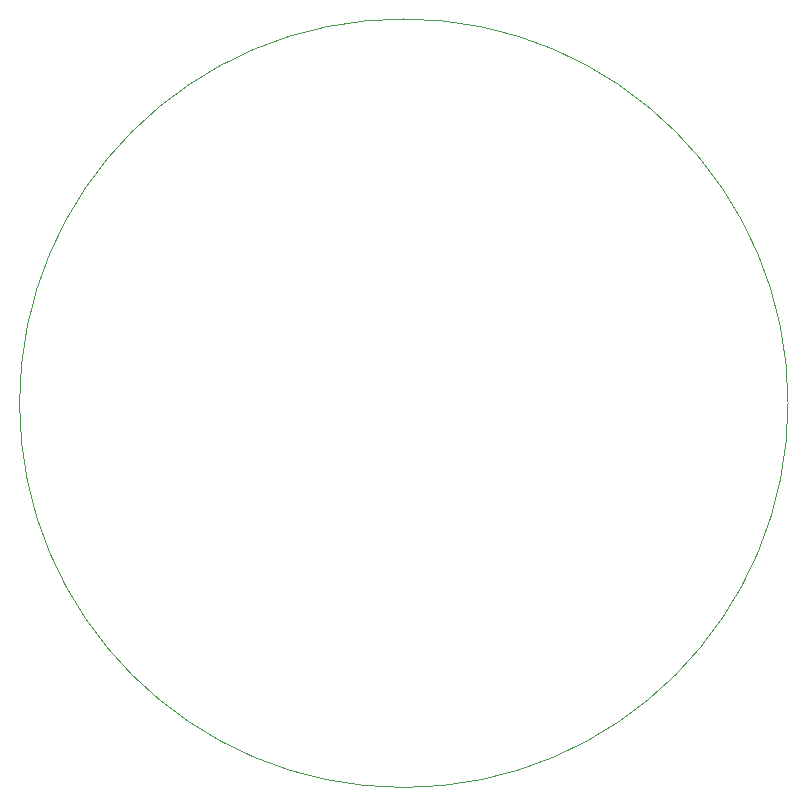
<source format=gbr>
%TF.GenerationSoftware,KiCad,Pcbnew,9.0.6*%
%TF.CreationDate,2025-12-15T22:36:07-06:00*%
%TF.ProjectId,turn-taker,7475726e-2d74-4616-9b65-722e6b696361,rev?*%
%TF.SameCoordinates,Original*%
%TF.FileFunction,Profile,NP*%
%FSLAX46Y46*%
G04 Gerber Fmt 4.6, Leading zero omitted, Abs format (unit mm)*
G04 Created by KiCad (PCBNEW 9.0.6) date 2025-12-15 22:36:07*
%MOMM*%
%LPD*%
G01*
G04 APERTURE LIST*
%TA.AperFunction,Profile*%
%ADD10C,0.050000*%
%TD*%
G04 APERTURE END LIST*
D10*
X214067130Y-86500000D02*
G75*
G02*
X149000000Y-86500000I-32533565J0D01*
G01*
X149000000Y-86500000D02*
G75*
G02*
X214067130Y-86500000I32533565J0D01*
G01*
M02*

</source>
